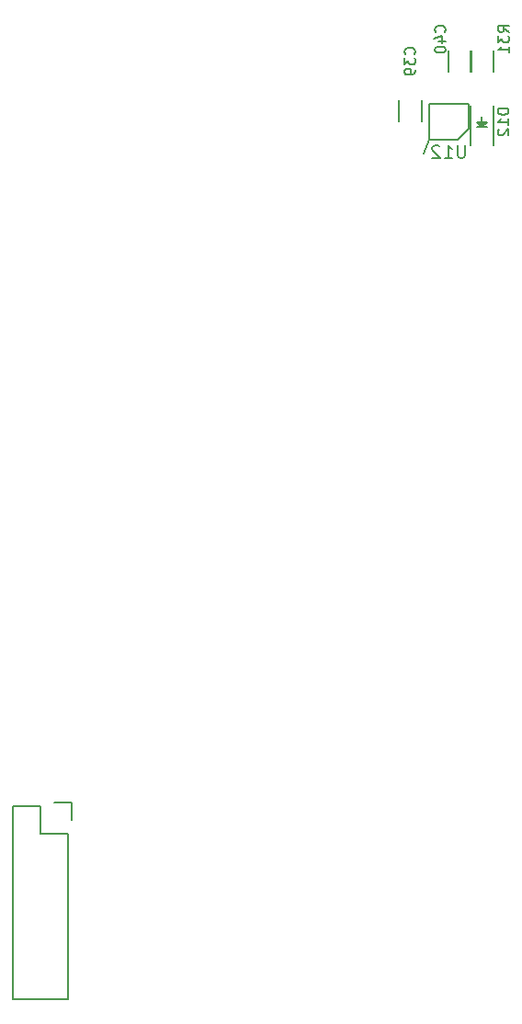
<source format=gbo>
G04 #@! TF.FileFunction,Legend,Bot*
%FSLAX46Y46*%
G04 Gerber Fmt 4.6, Leading zero omitted, Abs format (unit mm)*
G04 Created by KiCad (PCBNEW 4.0.2-stable) date 5/28/2016 11:57:46 PM*
%MOMM*%
G01*
G04 APERTURE LIST*
%ADD10C,0.127000*%
%ADD11C,0.150000*%
G04 APERTURE END LIST*
D10*
D11*
X81280000Y-170180000D02*
X81280000Y-152400000D01*
X86360000Y-154940000D02*
X86360000Y-170180000D01*
X81280000Y-170180000D02*
X86360000Y-170180000D01*
X81280000Y-152400000D02*
X83820000Y-152400000D01*
X85090000Y-152120000D02*
X86640000Y-152120000D01*
X83820000Y-152400000D02*
X83820000Y-154940000D01*
X83820000Y-154940000D02*
X86360000Y-154940000D01*
X86640000Y-152120000D02*
X86640000Y-153670000D01*
X118881000Y-87392000D02*
X118881000Y-89392000D01*
X116831000Y-89392000D02*
X116831000Y-87392000D01*
X123453000Y-82820000D02*
X123453000Y-84820000D01*
X121403000Y-84820000D02*
X121403000Y-82820000D01*
X123410000Y-91558000D02*
X123410000Y-87958000D01*
X125510000Y-91558000D02*
X125510000Y-87958000D01*
X124760000Y-89508000D02*
X124160000Y-89508000D01*
X124160000Y-89508000D02*
X124460000Y-89808000D01*
X124460000Y-89808000D02*
X124660000Y-89608000D01*
X124660000Y-89608000D02*
X124410000Y-89608000D01*
X124410000Y-89608000D02*
X124460000Y-89658000D01*
X124960000Y-89908000D02*
X123960000Y-89908000D01*
X124460000Y-89408000D02*
X124460000Y-88908000D01*
X124460000Y-89908000D02*
X124960000Y-89408000D01*
X124960000Y-89408000D02*
X123960000Y-89408000D01*
X123960000Y-89408000D02*
X124460000Y-89908000D01*
X123385000Y-82820000D02*
X123385000Y-84820000D01*
X125535000Y-84820000D02*
X125535000Y-82820000D01*
X119583200Y-91033600D02*
X119126000Y-92303600D01*
X123262000Y-90058000D02*
X122262000Y-91058000D01*
X122262000Y-91058000D02*
X119562000Y-91058000D01*
X119562000Y-91058000D02*
X119562000Y-87758000D01*
X119562000Y-87758000D02*
X123262000Y-87758000D01*
X123262000Y-87758000D02*
X123262000Y-90058000D01*
X118213143Y-83177143D02*
X118260762Y-83129524D01*
X118308381Y-82986667D01*
X118308381Y-82891429D01*
X118260762Y-82748571D01*
X118165524Y-82653333D01*
X118070286Y-82605714D01*
X117879810Y-82558095D01*
X117736952Y-82558095D01*
X117546476Y-82605714D01*
X117451238Y-82653333D01*
X117356000Y-82748571D01*
X117308381Y-82891429D01*
X117308381Y-82986667D01*
X117356000Y-83129524D01*
X117403619Y-83177143D01*
X117308381Y-83510476D02*
X117308381Y-84129524D01*
X117689333Y-83796190D01*
X117689333Y-83939048D01*
X117736952Y-84034286D01*
X117784571Y-84081905D01*
X117879810Y-84129524D01*
X118117905Y-84129524D01*
X118213143Y-84081905D01*
X118260762Y-84034286D01*
X118308381Y-83939048D01*
X118308381Y-83653333D01*
X118260762Y-83558095D01*
X118213143Y-83510476D01*
X118308381Y-84605714D02*
X118308381Y-84796190D01*
X118260762Y-84891429D01*
X118213143Y-84939048D01*
X118070286Y-85034286D01*
X117879810Y-85081905D01*
X117498857Y-85081905D01*
X117403619Y-85034286D01*
X117356000Y-84986667D01*
X117308381Y-84891429D01*
X117308381Y-84700952D01*
X117356000Y-84605714D01*
X117403619Y-84558095D01*
X117498857Y-84510476D01*
X117736952Y-84510476D01*
X117832190Y-84558095D01*
X117879810Y-84605714D01*
X117927429Y-84700952D01*
X117927429Y-84891429D01*
X117879810Y-84986667D01*
X117832190Y-85034286D01*
X117736952Y-85081905D01*
X121007143Y-81145143D02*
X121054762Y-81097524D01*
X121102381Y-80954667D01*
X121102381Y-80859429D01*
X121054762Y-80716571D01*
X120959524Y-80621333D01*
X120864286Y-80573714D01*
X120673810Y-80526095D01*
X120530952Y-80526095D01*
X120340476Y-80573714D01*
X120245238Y-80621333D01*
X120150000Y-80716571D01*
X120102381Y-80859429D01*
X120102381Y-80954667D01*
X120150000Y-81097524D01*
X120197619Y-81145143D01*
X120435714Y-82002286D02*
X121102381Y-82002286D01*
X120054762Y-81764190D02*
X120769048Y-81526095D01*
X120769048Y-82145143D01*
X120102381Y-82716571D02*
X120102381Y-82811810D01*
X120150000Y-82907048D01*
X120197619Y-82954667D01*
X120292857Y-83002286D01*
X120483333Y-83049905D01*
X120721429Y-83049905D01*
X120911905Y-83002286D01*
X121007143Y-82954667D01*
X121054762Y-82907048D01*
X121102381Y-82811810D01*
X121102381Y-82716571D01*
X121054762Y-82621333D01*
X121007143Y-82573714D01*
X120911905Y-82526095D01*
X120721429Y-82478476D01*
X120483333Y-82478476D01*
X120292857Y-82526095D01*
X120197619Y-82573714D01*
X120150000Y-82621333D01*
X120102381Y-82716571D01*
X126912381Y-88193714D02*
X125912381Y-88193714D01*
X125912381Y-88431809D01*
X125960000Y-88574667D01*
X126055238Y-88669905D01*
X126150476Y-88717524D01*
X126340952Y-88765143D01*
X126483810Y-88765143D01*
X126674286Y-88717524D01*
X126769524Y-88669905D01*
X126864762Y-88574667D01*
X126912381Y-88431809D01*
X126912381Y-88193714D01*
X126912381Y-89717524D02*
X126912381Y-89146095D01*
X126912381Y-89431809D02*
X125912381Y-89431809D01*
X126055238Y-89336571D01*
X126150476Y-89241333D01*
X126198095Y-89146095D01*
X126007619Y-90098476D02*
X125960000Y-90146095D01*
X125912381Y-90241333D01*
X125912381Y-90479429D01*
X125960000Y-90574667D01*
X126007619Y-90622286D01*
X126102857Y-90669905D01*
X126198095Y-90669905D01*
X126340952Y-90622286D01*
X126912381Y-90050857D01*
X126912381Y-90669905D01*
X126944381Y-81145143D02*
X126468190Y-80811809D01*
X126944381Y-80573714D02*
X125944381Y-80573714D01*
X125944381Y-80954667D01*
X125992000Y-81049905D01*
X126039619Y-81097524D01*
X126134857Y-81145143D01*
X126277714Y-81145143D01*
X126372952Y-81097524D01*
X126420571Y-81049905D01*
X126468190Y-80954667D01*
X126468190Y-80573714D01*
X125944381Y-81478476D02*
X125944381Y-82097524D01*
X126325333Y-81764190D01*
X126325333Y-81907048D01*
X126372952Y-82002286D01*
X126420571Y-82049905D01*
X126515810Y-82097524D01*
X126753905Y-82097524D01*
X126849143Y-82049905D01*
X126896762Y-82002286D01*
X126944381Y-81907048D01*
X126944381Y-81621333D01*
X126896762Y-81526095D01*
X126849143Y-81478476D01*
X126944381Y-83049905D02*
X126944381Y-82478476D01*
X126944381Y-82764190D02*
X125944381Y-82764190D01*
X126087238Y-82668952D01*
X126182476Y-82573714D01*
X126230095Y-82478476D01*
X122897714Y-91544857D02*
X122897714Y-92516286D01*
X122840571Y-92630571D01*
X122783428Y-92687714D01*
X122669142Y-92744857D01*
X122440571Y-92744857D01*
X122326285Y-92687714D01*
X122269142Y-92630571D01*
X122211999Y-92516286D01*
X122211999Y-91544857D01*
X121011999Y-92744857D02*
X121697714Y-92744857D01*
X121354856Y-92744857D02*
X121354856Y-91544857D01*
X121469142Y-91716286D01*
X121583428Y-91830571D01*
X121697714Y-91887714D01*
X120554857Y-91659143D02*
X120497714Y-91602000D01*
X120383428Y-91544857D01*
X120097714Y-91544857D01*
X119983428Y-91602000D01*
X119926285Y-91659143D01*
X119869142Y-91773429D01*
X119869142Y-91887714D01*
X119926285Y-92059143D01*
X120611999Y-92744857D01*
X119869142Y-92744857D01*
M02*

</source>
